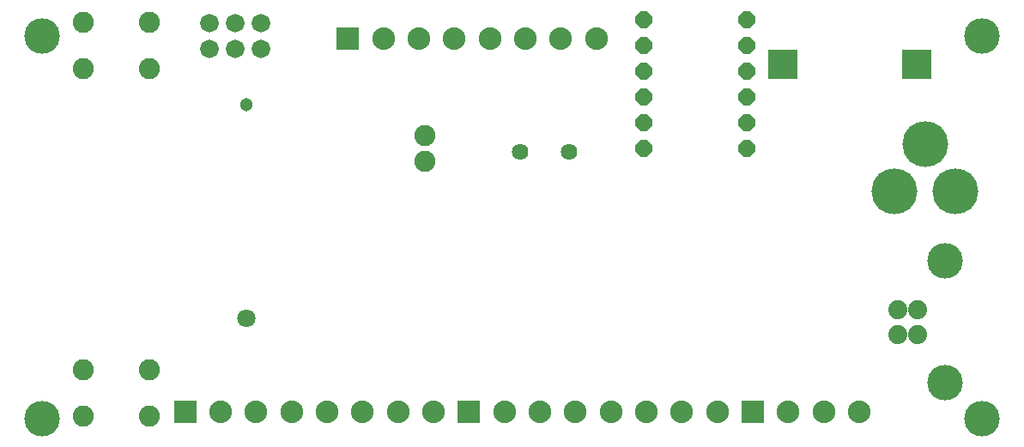
<source format=gbs>
G75*
%MOIN*%
%OFA0B0*%
%FSLAX24Y24*%
%IPPOS*%
%LPD*%
%AMOC8*
5,1,8,0,0,1.08239X$1,22.5*
%
%ADD10C,0.0640*%
%ADD11C,0.0513*%
%ADD12C,0.0710*%
%ADD13R,0.1175X0.1175*%
%ADD14C,0.1380*%
%ADD15R,0.0880X0.0880*%
%ADD16C,0.0880*%
%ADD17OC8,0.0640*%
%ADD18C,0.0720*%
%ADD19C,0.0820*%
%ADD20C,0.1780*%
%ADD21C,0.0740*%
D10*
X020250Y012055D03*
X022150Y012055D03*
D11*
X009603Y013872D03*
D12*
X009603Y005565D03*
D13*
X030455Y015430D03*
X035655Y015430D03*
D14*
X001680Y001680D03*
X001680Y016555D03*
X036750Y007800D03*
X036750Y003060D03*
X038180Y001680D03*
X038180Y016555D03*
D15*
X013555Y016430D03*
X018254Y001930D03*
X029277Y001930D03*
X007230Y001930D03*
D16*
X008608Y001930D03*
X009986Y001930D03*
X011364Y001930D03*
X012742Y001930D03*
X014120Y001930D03*
X015498Y001930D03*
X016876Y001930D03*
X019632Y001930D03*
X021010Y001930D03*
X022387Y001930D03*
X023765Y001930D03*
X025143Y001930D03*
X026521Y001930D03*
X027899Y001930D03*
X030655Y001930D03*
X032033Y001930D03*
X033411Y001930D03*
X023201Y016430D03*
X021823Y016430D03*
X020445Y016430D03*
X019067Y016430D03*
X017689Y016430D03*
X016311Y016430D03*
X014933Y016430D03*
D17*
X025055Y016180D03*
X025055Y015180D03*
X025055Y014180D03*
X025055Y013180D03*
X025055Y012180D03*
X029055Y012180D03*
X029055Y013180D03*
X029055Y014180D03*
X029055Y015180D03*
X029055Y016180D03*
X029055Y017180D03*
X025055Y017180D03*
D18*
X010180Y017055D03*
X009180Y017055D03*
X008180Y017055D03*
X008180Y016055D03*
X009180Y016055D03*
X010180Y016055D03*
D19*
X005835Y015290D03*
X003275Y015290D03*
X003275Y017070D03*
X005835Y017070D03*
X016555Y012680D03*
X016555Y011680D03*
X005835Y003570D03*
X003275Y003570D03*
X003275Y001790D03*
X005835Y001790D03*
D20*
X034781Y010505D03*
X037143Y010505D03*
X035962Y012355D03*
D21*
X035680Y005922D03*
X034900Y005922D03*
X034900Y004938D03*
X035680Y004938D03*
M02*

</source>
